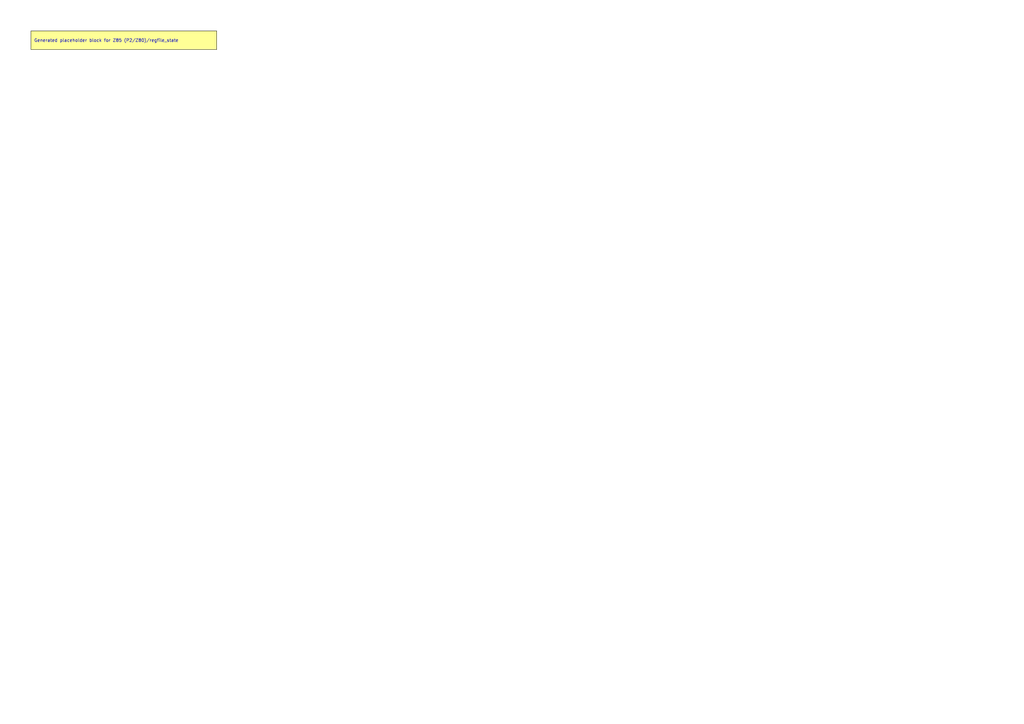
<source format=kicad_sch>
(kicad_sch
	(version 20250114)
	(generator "kicadgen")
	(generator_version "0.2")
	(uuid "bc37bc3d-ff45-5ef4-8e4c-3562442ba38c")
	(paper "A3")
	(title_block
		(title "Z85 (P2/Z80)::regfile_state")
		(company "Project Carbon")
		(comment 1 "Generated - do not edit in generated/")
		(comment 2 "Edit in schem/kicad9/manual/ or refine mapping specs")
	)
	(lib_symbols)
	(text_box
		"Generated placeholder block for Z85 (P2/Z80)/regfile_state"
		(exclude_from_sim no)
		(at
			12.7
			12.7
			0
		)
		(size 76.2 7.62)
		(margins
			1.27
			1.27
			1.27
			1.27
		)
		(stroke
			(width 0)
			(type default)
			(color
				0
				0
				0
				1
			)
		)
		(fill
			(type color)
			(color
				255
				255
				150
				1
			)
		)
		(effects
			(font
				(size 1.27 1.27)
			)
			(justify left)
		)
		(uuid "84ec831e-6218-59f6-a876-971affb475d5")
	)
	(sheet_instances
		(path
			"/"
			(page "1")
		)
	)
	(embedded_fonts no)
)

</source>
